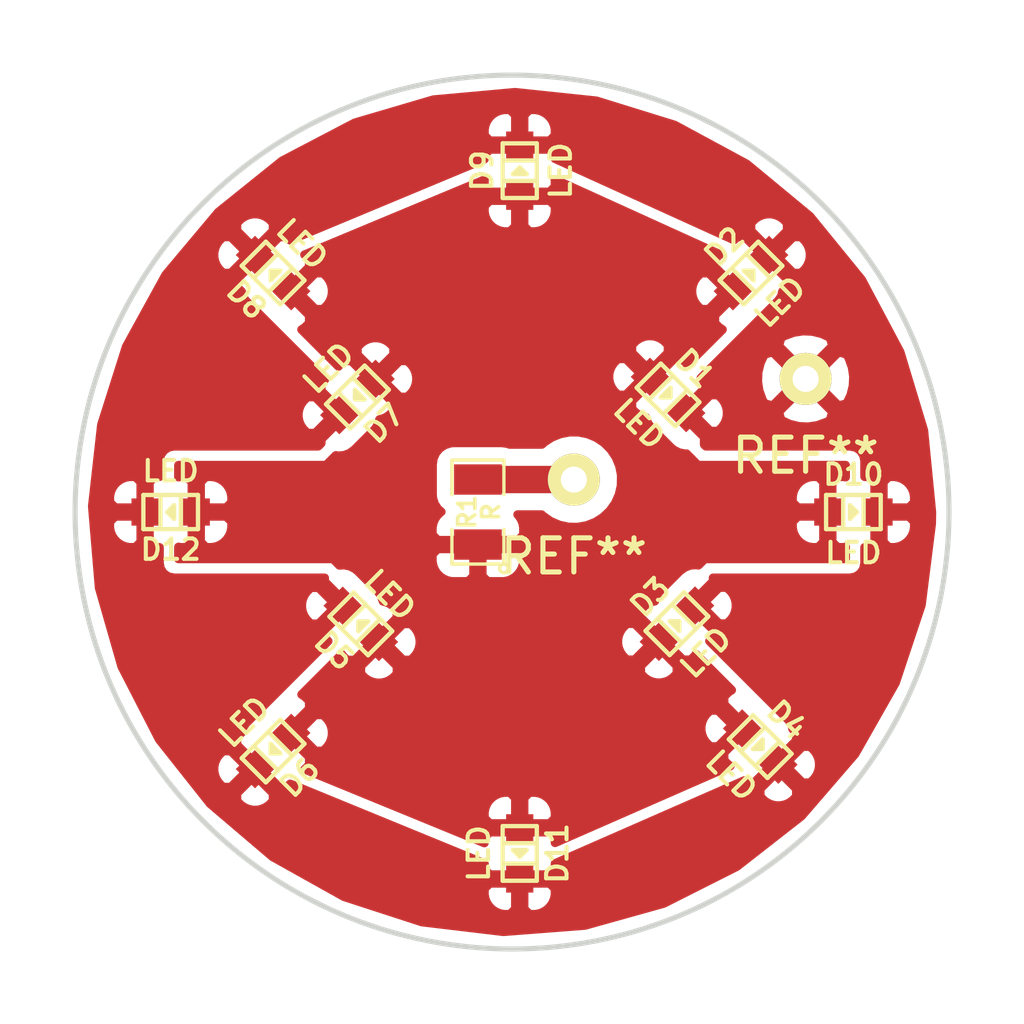
<source format=kicad_pcb>
(kicad_pcb (version 4) (host pcbnew "(2015-10-27 BZR 6284, Git 48df08c)-product")

  (general
    (links 25)
    (no_connects 0)
    (area 134 72 164.000001 102.000001)
    (thickness 1.6)
    (drawings 1)
    (tracks 2)
    (zones 0)
    (modules 15)
    (nets 4)
  )

  (page A4)
  (layers
    (0 F.Cu signal)
    (31 B.Cu signal)
    (32 B.Adhes user)
    (33 F.Adhes user)
    (34 B.Paste user)
    (35 F.Paste user)
    (36 B.SilkS user)
    (37 F.SilkS user)
    (38 B.Mask user)
    (39 F.Mask user)
    (40 Dwgs.User user)
    (41 Cmts.User user)
    (42 Eco1.User user)
    (43 Eco2.User user)
    (44 Edge.Cuts user)
    (45 Margin user)
    (46 B.CrtYd user)
    (47 F.CrtYd user)
    (48 B.Fab user)
    (49 F.Fab user)
  )

  (setup
    (last_trace_width 0.8)
    (trace_clearance 0.5)
    (zone_clearance 0.3)
    (zone_45_only no)
    (trace_min 0.2)
    (segment_width 0.2)
    (edge_width 0.15)
    (via_size 0.6)
    (via_drill 0.4)
    (via_min_size 0.4)
    (via_min_drill 0.3)
    (uvia_size 0.3)
    (uvia_drill 0.1)
    (uvias_allowed no)
    (uvia_min_size 0.2)
    (uvia_min_drill 0.1)
    (pcb_text_width 0.3)
    (pcb_text_size 1.5 1.5)
    (mod_edge_width 0.15)
    (mod_text_size 1 1)
    (mod_text_width 0.15)
    (pad_size 1.524 1.524)
    (pad_drill 0.762)
    (pad_to_mask_clearance 0.2)
    (aux_axis_origin 0 0)
    (visible_elements FFFFFF7F)
    (pcbplotparams
      (layerselection 0x01000_00000001)
      (usegerberextensions false)
      (excludeedgelayer true)
      (linewidth 0.100000)
      (plotframeref false)
      (viasonmask false)
      (mode 1)
      (useauxorigin false)
      (hpglpennumber 1)
      (hpglpenspeed 20)
      (hpglpendiameter 15)
      (hpglpenoverlay 2)
      (psnegative false)
      (psa4output false)
      (plotreference true)
      (plotvalue true)
      (plotinvisibletext false)
      (padsonsilk false)
      (subtractmaskfromsilk false)
      (outputformat 1)
      (mirror false)
      (drillshape 0)
      (scaleselection 1)
      (outputdirectory ""))
  )

  (net 0 "")
  (net 1 "Net-(D1-Pad1)")
  (net 2 GND)
  (net 3 +5V)

  (net_class Default "This is the default net class."
    (clearance 0.5)
    (trace_width 0.8)
    (via_dia 0.6)
    (via_drill 0.4)
    (uvia_dia 0.3)
    (uvia_drill 0.1)
    (add_net +5V)
    (add_net GND)
    (add_net "Net-(D1-Pad1)")
  )

  (module w_smd_leds:Led_0603 (layer F.Cu) (tedit 50CDB288) (tstamp 565CB68D)
    (at 153.570165 83.570165 315)
    (descr "SMD LED, 0603")
    (path /565CB19C)
    (fp_text reference D1 (at 0 -1.09982 315) (layer F.SilkS)
      (effects (font (size 0.59944 0.59944) (thickness 0.11938)))
    )
    (fp_text value LED (at 0 1.19888 315) (layer F.SilkS)
      (effects (font (size 0.59944 0.59944) (thickness 0.11938)))
    )
    (fp_line (start 0.29972 0.50038) (end 0.29972 -0.50038) (layer F.SilkS) (width 0.127))
    (fp_line (start -0.29972 -0.50038) (end -0.29972 0.50038) (layer F.SilkS) (width 0.127))
    (fp_line (start 0 0.09906) (end 0 -0.09906) (layer F.SilkS) (width 0.127))
    (fp_line (start -0.09906 -0.20066) (end -0.09906 0.20066) (layer F.SilkS) (width 0.127))
    (fp_line (start -0.09906 0.20066) (end 0.09906 0) (layer F.SilkS) (width 0.127))
    (fp_line (start 0.09906 0) (end -0.09906 -0.20066) (layer F.SilkS) (width 0.127))
    (fp_line (start -0.8001 -0.50038) (end 0.8001 -0.50038) (layer F.SilkS) (width 0.127))
    (fp_line (start 0.8001 -0.50038) (end 0.8001 0.50038) (layer F.SilkS) (width 0.127))
    (fp_line (start 0.8001 0.50038) (end -0.8001 0.50038) (layer F.SilkS) (width 0.127))
    (fp_line (start -0.8001 0.50038) (end -0.8001 -0.50038) (layer F.SilkS) (width 0.127))
    (pad 1 smd rect (at -0.7493 0 315) (size 0.79756 0.79756) (layers F.Cu F.Paste F.Mask)
      (net 1 "Net-(D1-Pad1)"))
    (pad 2 smd rect (at 0.7493 0 315) (size 0.79756 0.79756) (layers F.Cu F.Paste F.Mask)
      (net 2 GND))
    (model walter/smd_leds/led_0603.wrl
      (at (xyz 0 0 0))
      (scale (xyz 1 1 1))
      (rotate (xyz 0 0 0))
    )
  )

  (module w_smd_leds:Led_0603 (layer F.Cu) (tedit 50CDB288) (tstamp 565CB693)
    (at 156 80 45)
    (descr "SMD LED, 0603")
    (path /565CB10A)
    (fp_text reference D2 (at 0 -1.09982 45) (layer F.SilkS)
      (effects (font (size 0.59944 0.59944) (thickness 0.11938)))
    )
    (fp_text value LED (at 0 1.19888 45) (layer F.SilkS)
      (effects (font (size 0.59944 0.59944) (thickness 0.11938)))
    )
    (fp_line (start 0.29972 0.50038) (end 0.29972 -0.50038) (layer F.SilkS) (width 0.127))
    (fp_line (start -0.29972 -0.50038) (end -0.29972 0.50038) (layer F.SilkS) (width 0.127))
    (fp_line (start 0 0.09906) (end 0 -0.09906) (layer F.SilkS) (width 0.127))
    (fp_line (start -0.09906 -0.20066) (end -0.09906 0.20066) (layer F.SilkS) (width 0.127))
    (fp_line (start -0.09906 0.20066) (end 0.09906 0) (layer F.SilkS) (width 0.127))
    (fp_line (start 0.09906 0) (end -0.09906 -0.20066) (layer F.SilkS) (width 0.127))
    (fp_line (start -0.8001 -0.50038) (end 0.8001 -0.50038) (layer F.SilkS) (width 0.127))
    (fp_line (start 0.8001 -0.50038) (end 0.8001 0.50038) (layer F.SilkS) (width 0.127))
    (fp_line (start 0.8001 0.50038) (end -0.8001 0.50038) (layer F.SilkS) (width 0.127))
    (fp_line (start -0.8001 0.50038) (end -0.8001 -0.50038) (layer F.SilkS) (width 0.127))
    (pad 1 smd rect (at -0.7493 0 45) (size 0.79756 0.79756) (layers F.Cu F.Paste F.Mask)
      (net 1 "Net-(D1-Pad1)"))
    (pad 2 smd rect (at 0.7493 0 45) (size 0.79756 0.79756) (layers F.Cu F.Paste F.Mask)
      (net 2 GND))
    (model walter/smd_leds/led_0603.wrl
      (at (xyz 0 0 0))
      (scale (xyz 1 1 1))
      (rotate (xyz 0 0 0))
    )
  )

  (module w_smd_leds:Led_0603 (layer F.Cu) (tedit 50CDB288) (tstamp 565CB699)
    (at 153.829835 90.270165 45)
    (descr "SMD LED, 0603")
    (path /565CB052)
    (fp_text reference D3 (at 0 -1.09982 45) (layer F.SilkS)
      (effects (font (size 0.59944 0.59944) (thickness 0.11938)))
    )
    (fp_text value LED (at 0 1.19888 45) (layer F.SilkS)
      (effects (font (size 0.59944 0.59944) (thickness 0.11938)))
    )
    (fp_line (start 0.29972 0.50038) (end 0.29972 -0.50038) (layer F.SilkS) (width 0.127))
    (fp_line (start -0.29972 -0.50038) (end -0.29972 0.50038) (layer F.SilkS) (width 0.127))
    (fp_line (start 0 0.09906) (end 0 -0.09906) (layer F.SilkS) (width 0.127))
    (fp_line (start -0.09906 -0.20066) (end -0.09906 0.20066) (layer F.SilkS) (width 0.127))
    (fp_line (start -0.09906 0.20066) (end 0.09906 0) (layer F.SilkS) (width 0.127))
    (fp_line (start 0.09906 0) (end -0.09906 -0.20066) (layer F.SilkS) (width 0.127))
    (fp_line (start -0.8001 -0.50038) (end 0.8001 -0.50038) (layer F.SilkS) (width 0.127))
    (fp_line (start 0.8001 -0.50038) (end 0.8001 0.50038) (layer F.SilkS) (width 0.127))
    (fp_line (start 0.8001 0.50038) (end -0.8001 0.50038) (layer F.SilkS) (width 0.127))
    (fp_line (start -0.8001 0.50038) (end -0.8001 -0.50038) (layer F.SilkS) (width 0.127))
    (pad 1 smd rect (at -0.7493 0 45) (size 0.79756 0.79756) (layers F.Cu F.Paste F.Mask)
      (net 1 "Net-(D1-Pad1)"))
    (pad 2 smd rect (at 0.7493 0 45) (size 0.79756 0.79756) (layers F.Cu F.Paste F.Mask)
      (net 2 GND))
    (model walter/smd_leds/led_0603.wrl
      (at (xyz 0 0 0))
      (scale (xyz 1 1 1))
      (rotate (xyz 0 0 0))
    )
  )

  (module w_smd_leds:Led_0603 (layer F.Cu) (tedit 50CDB288) (tstamp 565CB69F)
    (at 156.270165 93.870165 315)
    (descr "SMD LED, 0603")
    (path /565CB09F)
    (fp_text reference D4 (at 0 -1.09982 315) (layer F.SilkS)
      (effects (font (size 0.59944 0.59944) (thickness 0.11938)))
    )
    (fp_text value LED (at 0 1.19888 315) (layer F.SilkS)
      (effects (font (size 0.59944 0.59944) (thickness 0.11938)))
    )
    (fp_line (start 0.29972 0.50038) (end 0.29972 -0.50038) (layer F.SilkS) (width 0.127))
    (fp_line (start -0.29972 -0.50038) (end -0.29972 0.50038) (layer F.SilkS) (width 0.127))
    (fp_line (start 0 0.09906) (end 0 -0.09906) (layer F.SilkS) (width 0.127))
    (fp_line (start -0.09906 -0.20066) (end -0.09906 0.20066) (layer F.SilkS) (width 0.127))
    (fp_line (start -0.09906 0.20066) (end 0.09906 0) (layer F.SilkS) (width 0.127))
    (fp_line (start 0.09906 0) (end -0.09906 -0.20066) (layer F.SilkS) (width 0.127))
    (fp_line (start -0.8001 -0.50038) (end 0.8001 -0.50038) (layer F.SilkS) (width 0.127))
    (fp_line (start 0.8001 -0.50038) (end 0.8001 0.50038) (layer F.SilkS) (width 0.127))
    (fp_line (start 0.8001 0.50038) (end -0.8001 0.50038) (layer F.SilkS) (width 0.127))
    (fp_line (start -0.8001 0.50038) (end -0.8001 -0.50038) (layer F.SilkS) (width 0.127))
    (pad 1 smd rect (at -0.7493 0 315) (size 0.79756 0.79756) (layers F.Cu F.Paste F.Mask)
      (net 1 "Net-(D1-Pad1)"))
    (pad 2 smd rect (at 0.7493 0 315) (size 0.79756 0.79756) (layers F.Cu F.Paste F.Mask)
      (net 2 GND))
    (model walter/smd_leds/led_0603.wrl
      (at (xyz 0 0 0))
      (scale (xyz 1 1 1))
      (rotate (xyz 0 0 0))
    )
  )

  (module w_smd_leds:Led_0603 (layer F.Cu) (tedit 50CDB288) (tstamp 565CB6A5)
    (at 144.570165 90.275165 135)
    (descr "SMD LED, 0603")
    (path /565CB0D9)
    (fp_text reference D5 (at 0 -1.09982 135) (layer F.SilkS)
      (effects (font (size 0.59944 0.59944) (thickness 0.11938)))
    )
    (fp_text value LED (at 0 1.19888 135) (layer F.SilkS)
      (effects (font (size 0.59944 0.59944) (thickness 0.11938)))
    )
    (fp_line (start 0.29972 0.50038) (end 0.29972 -0.50038) (layer F.SilkS) (width 0.127))
    (fp_line (start -0.29972 -0.50038) (end -0.29972 0.50038) (layer F.SilkS) (width 0.127))
    (fp_line (start 0 0.09906) (end 0 -0.09906) (layer F.SilkS) (width 0.127))
    (fp_line (start -0.09906 -0.20066) (end -0.09906 0.20066) (layer F.SilkS) (width 0.127))
    (fp_line (start -0.09906 0.20066) (end 0.09906 0) (layer F.SilkS) (width 0.127))
    (fp_line (start 0.09906 0) (end -0.09906 -0.20066) (layer F.SilkS) (width 0.127))
    (fp_line (start -0.8001 -0.50038) (end 0.8001 -0.50038) (layer F.SilkS) (width 0.127))
    (fp_line (start 0.8001 -0.50038) (end 0.8001 0.50038) (layer F.SilkS) (width 0.127))
    (fp_line (start 0.8001 0.50038) (end -0.8001 0.50038) (layer F.SilkS) (width 0.127))
    (fp_line (start -0.8001 0.50038) (end -0.8001 -0.50038) (layer F.SilkS) (width 0.127))
    (pad 1 smd rect (at -0.7493 0 135) (size 0.79756 0.79756) (layers F.Cu F.Paste F.Mask)
      (net 1 "Net-(D1-Pad1)"))
    (pad 2 smd rect (at 0.7493 0 135) (size 0.79756 0.79756) (layers F.Cu F.Paste F.Mask)
      (net 2 GND))
    (model walter/smd_leds/led_0603.wrl
      (at (xyz 0 0 0))
      (scale (xyz 1 1 1))
      (rotate (xyz 0 0 0))
    )
  )

  (module w_smd_leds:Led_0603 (layer F.Cu) (tedit 50CDB288) (tstamp 565CB6AB)
    (at 142 94 225)
    (descr "SMD LED, 0603")
    (path /565CB2D7)
    (fp_text reference D6 (at 0 -1.09982 225) (layer F.SilkS)
      (effects (font (size 0.59944 0.59944) (thickness 0.11938)))
    )
    (fp_text value LED (at 0 1.19888 225) (layer F.SilkS)
      (effects (font (size 0.59944 0.59944) (thickness 0.11938)))
    )
    (fp_line (start 0.29972 0.50038) (end 0.29972 -0.50038) (layer F.SilkS) (width 0.127))
    (fp_line (start -0.29972 -0.50038) (end -0.29972 0.50038) (layer F.SilkS) (width 0.127))
    (fp_line (start 0 0.09906) (end 0 -0.09906) (layer F.SilkS) (width 0.127))
    (fp_line (start -0.09906 -0.20066) (end -0.09906 0.20066) (layer F.SilkS) (width 0.127))
    (fp_line (start -0.09906 0.20066) (end 0.09906 0) (layer F.SilkS) (width 0.127))
    (fp_line (start 0.09906 0) (end -0.09906 -0.20066) (layer F.SilkS) (width 0.127))
    (fp_line (start -0.8001 -0.50038) (end 0.8001 -0.50038) (layer F.SilkS) (width 0.127))
    (fp_line (start 0.8001 -0.50038) (end 0.8001 0.50038) (layer F.SilkS) (width 0.127))
    (fp_line (start 0.8001 0.50038) (end -0.8001 0.50038) (layer F.SilkS) (width 0.127))
    (fp_line (start -0.8001 0.50038) (end -0.8001 -0.50038) (layer F.SilkS) (width 0.127))
    (pad 1 smd rect (at -0.7493 0 225) (size 0.79756 0.79756) (layers F.Cu F.Paste F.Mask)
      (net 1 "Net-(D1-Pad1)"))
    (pad 2 smd rect (at 0.7493 0 225) (size 0.79756 0.79756) (layers F.Cu F.Paste F.Mask)
      (net 2 GND))
    (model walter/smd_leds/led_0603.wrl
      (at (xyz 0 0 0))
      (scale (xyz 1 1 1))
      (rotate (xyz 0 0 0))
    )
  )

  (module w_smd_leds:Led_0603 (layer F.Cu) (tedit 50CDB288) (tstamp 565CB6B1)
    (at 144.470165 83.629835 225)
    (descr "SMD LED, 0603")
    (path /565CBC6F)
    (fp_text reference D7 (at 0 -1.09982 225) (layer F.SilkS)
      (effects (font (size 0.59944 0.59944) (thickness 0.11938)))
    )
    (fp_text value LED (at 0 1.19888 225) (layer F.SilkS)
      (effects (font (size 0.59944 0.59944) (thickness 0.11938)))
    )
    (fp_line (start 0.29972 0.50038) (end 0.29972 -0.50038) (layer F.SilkS) (width 0.127))
    (fp_line (start -0.29972 -0.50038) (end -0.29972 0.50038) (layer F.SilkS) (width 0.127))
    (fp_line (start 0 0.09906) (end 0 -0.09906) (layer F.SilkS) (width 0.127))
    (fp_line (start -0.09906 -0.20066) (end -0.09906 0.20066) (layer F.SilkS) (width 0.127))
    (fp_line (start -0.09906 0.20066) (end 0.09906 0) (layer F.SilkS) (width 0.127))
    (fp_line (start 0.09906 0) (end -0.09906 -0.20066) (layer F.SilkS) (width 0.127))
    (fp_line (start -0.8001 -0.50038) (end 0.8001 -0.50038) (layer F.SilkS) (width 0.127))
    (fp_line (start 0.8001 -0.50038) (end 0.8001 0.50038) (layer F.SilkS) (width 0.127))
    (fp_line (start 0.8001 0.50038) (end -0.8001 0.50038) (layer F.SilkS) (width 0.127))
    (fp_line (start -0.8001 0.50038) (end -0.8001 -0.50038) (layer F.SilkS) (width 0.127))
    (pad 1 smd rect (at -0.7493 0 225) (size 0.79756 0.79756) (layers F.Cu F.Paste F.Mask)
      (net 1 "Net-(D1-Pad1)"))
    (pad 2 smd rect (at 0.7493 0 225) (size 0.79756 0.79756) (layers F.Cu F.Paste F.Mask)
      (net 2 GND))
    (model walter/smd_leds/led_0603.wrl
      (at (xyz 0 0 0))
      (scale (xyz 1 1 1))
      (rotate (xyz 0 0 0))
    )
  )

  (module w_smd_leds:Led_0603 (layer F.Cu) (tedit 50CDB288) (tstamp 565CB6B7)
    (at 142 80 135)
    (descr "SMD LED, 0603")
    (path /565CBCC3)
    (fp_text reference D8 (at 0 -1.09982 135) (layer F.SilkS)
      (effects (font (size 0.59944 0.59944) (thickness 0.11938)))
    )
    (fp_text value LED (at 0 1.19888 135) (layer F.SilkS)
      (effects (font (size 0.59944 0.59944) (thickness 0.11938)))
    )
    (fp_line (start 0.29972 0.50038) (end 0.29972 -0.50038) (layer F.SilkS) (width 0.127))
    (fp_line (start -0.29972 -0.50038) (end -0.29972 0.50038) (layer F.SilkS) (width 0.127))
    (fp_line (start 0 0.09906) (end 0 -0.09906) (layer F.SilkS) (width 0.127))
    (fp_line (start -0.09906 -0.20066) (end -0.09906 0.20066) (layer F.SilkS) (width 0.127))
    (fp_line (start -0.09906 0.20066) (end 0.09906 0) (layer F.SilkS) (width 0.127))
    (fp_line (start 0.09906 0) (end -0.09906 -0.20066) (layer F.SilkS) (width 0.127))
    (fp_line (start -0.8001 -0.50038) (end 0.8001 -0.50038) (layer F.SilkS) (width 0.127))
    (fp_line (start 0.8001 -0.50038) (end 0.8001 0.50038) (layer F.SilkS) (width 0.127))
    (fp_line (start 0.8001 0.50038) (end -0.8001 0.50038) (layer F.SilkS) (width 0.127))
    (fp_line (start -0.8001 0.50038) (end -0.8001 -0.50038) (layer F.SilkS) (width 0.127))
    (pad 1 smd rect (at -0.7493 0 135) (size 0.79756 0.79756) (layers F.Cu F.Paste F.Mask)
      (net 1 "Net-(D1-Pad1)"))
    (pad 2 smd rect (at 0.7493 0 135) (size 0.79756 0.79756) (layers F.Cu F.Paste F.Mask)
      (net 2 GND))
    (model walter/smd_leds/led_0603.wrl
      (at (xyz 0 0 0))
      (scale (xyz 1 1 1))
      (rotate (xyz 0 0 0))
    )
  )

  (module w_smd_leds:Led_0603 (layer F.Cu) (tedit 50CDB288) (tstamp 565CB6BD)
    (at 149.225 77 90)
    (descr "SMD LED, 0603")
    (path /565CBD0A)
    (fp_text reference D9 (at 0 -1.09982 90) (layer F.SilkS)
      (effects (font (size 0.59944 0.59944) (thickness 0.11938)))
    )
    (fp_text value LED (at 0 1.19888 90) (layer F.SilkS)
      (effects (font (size 0.59944 0.59944) (thickness 0.11938)))
    )
    (fp_line (start 0.29972 0.50038) (end 0.29972 -0.50038) (layer F.SilkS) (width 0.127))
    (fp_line (start -0.29972 -0.50038) (end -0.29972 0.50038) (layer F.SilkS) (width 0.127))
    (fp_line (start 0 0.09906) (end 0 -0.09906) (layer F.SilkS) (width 0.127))
    (fp_line (start -0.09906 -0.20066) (end -0.09906 0.20066) (layer F.SilkS) (width 0.127))
    (fp_line (start -0.09906 0.20066) (end 0.09906 0) (layer F.SilkS) (width 0.127))
    (fp_line (start 0.09906 0) (end -0.09906 -0.20066) (layer F.SilkS) (width 0.127))
    (fp_line (start -0.8001 -0.50038) (end 0.8001 -0.50038) (layer F.SilkS) (width 0.127))
    (fp_line (start 0.8001 -0.50038) (end 0.8001 0.50038) (layer F.SilkS) (width 0.127))
    (fp_line (start 0.8001 0.50038) (end -0.8001 0.50038) (layer F.SilkS) (width 0.127))
    (fp_line (start -0.8001 0.50038) (end -0.8001 -0.50038) (layer F.SilkS) (width 0.127))
    (pad 1 smd rect (at -0.7493 0 90) (size 0.79756 0.79756) (layers F.Cu F.Paste F.Mask)
      (net 1 "Net-(D1-Pad1)"))
    (pad 2 smd rect (at 0.7493 0 90) (size 0.79756 0.79756) (layers F.Cu F.Paste F.Mask)
      (net 2 GND))
    (model walter/smd_leds/led_0603.wrl
      (at (xyz 0 0 0))
      (scale (xyz 1 1 1))
      (rotate (xyz 0 0 0))
    )
  )

  (module w_smd_leds:Led_0603 (layer F.Cu) (tedit 50CDB288) (tstamp 565CB6C3)
    (at 159 87)
    (descr "SMD LED, 0603")
    (path /565CBE9A)
    (fp_text reference D10 (at 0 -1.09982) (layer F.SilkS)
      (effects (font (size 0.59944 0.59944) (thickness 0.11938)))
    )
    (fp_text value LED (at 0 1.19888) (layer F.SilkS)
      (effects (font (size 0.59944 0.59944) (thickness 0.11938)))
    )
    (fp_line (start 0.29972 0.50038) (end 0.29972 -0.50038) (layer F.SilkS) (width 0.127))
    (fp_line (start -0.29972 -0.50038) (end -0.29972 0.50038) (layer F.SilkS) (width 0.127))
    (fp_line (start 0 0.09906) (end 0 -0.09906) (layer F.SilkS) (width 0.127))
    (fp_line (start -0.09906 -0.20066) (end -0.09906 0.20066) (layer F.SilkS) (width 0.127))
    (fp_line (start -0.09906 0.20066) (end 0.09906 0) (layer F.SilkS) (width 0.127))
    (fp_line (start 0.09906 0) (end -0.09906 -0.20066) (layer F.SilkS) (width 0.127))
    (fp_line (start -0.8001 -0.50038) (end 0.8001 -0.50038) (layer F.SilkS) (width 0.127))
    (fp_line (start 0.8001 -0.50038) (end 0.8001 0.50038) (layer F.SilkS) (width 0.127))
    (fp_line (start 0.8001 0.50038) (end -0.8001 0.50038) (layer F.SilkS) (width 0.127))
    (fp_line (start -0.8001 0.50038) (end -0.8001 -0.50038) (layer F.SilkS) (width 0.127))
    (pad 1 smd rect (at -0.7493 0) (size 0.79756 0.79756) (layers F.Cu F.Paste F.Mask)
      (net 1 "Net-(D1-Pad1)"))
    (pad 2 smd rect (at 0.7493 0) (size 0.79756 0.79756) (layers F.Cu F.Paste F.Mask)
      (net 2 GND))
    (model walter/smd_leds/led_0603.wrl
      (at (xyz 0 0 0))
      (scale (xyz 1 1 1))
      (rotate (xyz 0 0 0))
    )
  )

  (module w_smd_leds:Led_0603 (layer F.Cu) (tedit 50CDB288) (tstamp 565CB6C9)
    (at 149.225 97 270)
    (descr "SMD LED, 0603")
    (path /565CBEE9)
    (fp_text reference D11 (at 0 -1.09982 270) (layer F.SilkS)
      (effects (font (size 0.59944 0.59944) (thickness 0.11938)))
    )
    (fp_text value LED (at 0 1.19888 270) (layer F.SilkS)
      (effects (font (size 0.59944 0.59944) (thickness 0.11938)))
    )
    (fp_line (start 0.29972 0.50038) (end 0.29972 -0.50038) (layer F.SilkS) (width 0.127))
    (fp_line (start -0.29972 -0.50038) (end -0.29972 0.50038) (layer F.SilkS) (width 0.127))
    (fp_line (start 0 0.09906) (end 0 -0.09906) (layer F.SilkS) (width 0.127))
    (fp_line (start -0.09906 -0.20066) (end -0.09906 0.20066) (layer F.SilkS) (width 0.127))
    (fp_line (start -0.09906 0.20066) (end 0.09906 0) (layer F.SilkS) (width 0.127))
    (fp_line (start 0.09906 0) (end -0.09906 -0.20066) (layer F.SilkS) (width 0.127))
    (fp_line (start -0.8001 -0.50038) (end 0.8001 -0.50038) (layer F.SilkS) (width 0.127))
    (fp_line (start 0.8001 -0.50038) (end 0.8001 0.50038) (layer F.SilkS) (width 0.127))
    (fp_line (start 0.8001 0.50038) (end -0.8001 0.50038) (layer F.SilkS) (width 0.127))
    (fp_line (start -0.8001 0.50038) (end -0.8001 -0.50038) (layer F.SilkS) (width 0.127))
    (pad 1 smd rect (at -0.7493 0 270) (size 0.79756 0.79756) (layers F.Cu F.Paste F.Mask)
      (net 1 "Net-(D1-Pad1)"))
    (pad 2 smd rect (at 0.7493 0 270) (size 0.79756 0.79756) (layers F.Cu F.Paste F.Mask)
      (net 2 GND))
    (model walter/smd_leds/led_0603.wrl
      (at (xyz 0 0 0))
      (scale (xyz 1 1 1))
      (rotate (xyz 0 0 0))
    )
  )

  (module w_smd_leds:Led_0603 (layer F.Cu) (tedit 50CDB288) (tstamp 565CB6CF)
    (at 139 87 180)
    (descr "SMD LED, 0603")
    (path /565CBF8C)
    (fp_text reference D12 (at 0 -1.09982 180) (layer F.SilkS)
      (effects (font (size 0.59944 0.59944) (thickness 0.11938)))
    )
    (fp_text value LED (at 0 1.19888 180) (layer F.SilkS)
      (effects (font (size 0.59944 0.59944) (thickness 0.11938)))
    )
    (fp_line (start 0.29972 0.50038) (end 0.29972 -0.50038) (layer F.SilkS) (width 0.127))
    (fp_line (start -0.29972 -0.50038) (end -0.29972 0.50038) (layer F.SilkS) (width 0.127))
    (fp_line (start 0 0.09906) (end 0 -0.09906) (layer F.SilkS) (width 0.127))
    (fp_line (start -0.09906 -0.20066) (end -0.09906 0.20066) (layer F.SilkS) (width 0.127))
    (fp_line (start -0.09906 0.20066) (end 0.09906 0) (layer F.SilkS) (width 0.127))
    (fp_line (start 0.09906 0) (end -0.09906 -0.20066) (layer F.SilkS) (width 0.127))
    (fp_line (start -0.8001 -0.50038) (end 0.8001 -0.50038) (layer F.SilkS) (width 0.127))
    (fp_line (start 0.8001 -0.50038) (end 0.8001 0.50038) (layer F.SilkS) (width 0.127))
    (fp_line (start 0.8001 0.50038) (end -0.8001 0.50038) (layer F.SilkS) (width 0.127))
    (fp_line (start -0.8001 0.50038) (end -0.8001 -0.50038) (layer F.SilkS) (width 0.127))
    (pad 1 smd rect (at -0.7493 0 180) (size 0.79756 0.79756) (layers F.Cu F.Paste F.Mask)
      (net 1 "Net-(D1-Pad1)"))
    (pad 2 smd rect (at 0.7493 0 180) (size 0.79756 0.79756) (layers F.Cu F.Paste F.Mask)
      (net 2 GND))
    (model walter/smd_leds/led_0603.wrl
      (at (xyz 0 0 0))
      (scale (xyz 1 1 1))
      (rotate (xyz 0 0 0))
    )
  )

  (module libcms:SM0805 (layer F.Cu) (tedit 5091495C) (tstamp 565CB6D5)
    (at 148 87 90)
    (path /565CB434)
    (attr smd)
    (fp_text reference R1 (at 0 -0.3175 90) (layer F.SilkS)
      (effects (font (size 0.50038 0.50038) (thickness 0.10922)))
    )
    (fp_text value R (at 0 0.381 90) (layer F.SilkS)
      (effects (font (size 0.50038 0.50038) (thickness 0.10922)))
    )
    (fp_circle (center -1.651 0.762) (end -1.651 0.635) (layer F.SilkS) (width 0.09906))
    (fp_line (start -0.508 0.762) (end -1.524 0.762) (layer F.SilkS) (width 0.09906))
    (fp_line (start -1.524 0.762) (end -1.524 -0.762) (layer F.SilkS) (width 0.09906))
    (fp_line (start -1.524 -0.762) (end -0.508 -0.762) (layer F.SilkS) (width 0.09906))
    (fp_line (start 0.508 -0.762) (end 1.524 -0.762) (layer F.SilkS) (width 0.09906))
    (fp_line (start 1.524 -0.762) (end 1.524 0.762) (layer F.SilkS) (width 0.09906))
    (fp_line (start 1.524 0.762) (end 0.508 0.762) (layer F.SilkS) (width 0.09906))
    (pad 1 smd rect (at -0.9525 0 90) (size 0.889 1.397) (layers F.Cu F.Paste F.Mask)
      (net 1 "Net-(D1-Pad1)"))
    (pad 2 smd rect (at 0.9525 0 90) (size 0.889 1.397) (layers F.Cu F.Paste F.Mask)
      (net 3 +5V))
    (model smd/chip_cms.wrl
      (at (xyz 0 0 0))
      (scale (xyz 0.1 0.1 0.1))
      (rotate (xyz 0 0 0))
    )
  )

  (module myfootprint:uni_pin1 (layer F.Cu) (tedit 565CE891) (tstamp 565F8E94)
    (at 150.81 86.05)
    (fp_text reference REF** (at 0 2.25) (layer F.SilkS)
      (effects (font (size 1 1) (thickness 0.15)))
    )
    (fp_text value uni_pin1 (at 0 -2) (layer F.Fab)
      (effects (font (size 1 1) (thickness 0.15)))
    )
    (pad 2 thru_hole circle (at 0 0) (size 1.524 1.524) (drill 0.762) (layers *.Cu *.Mask F.SilkS)
      (net 3 +5V))
  )

  (module myfootprint:uni_pin1 (layer F.Cu) (tedit 565CE87A) (tstamp 565F8E99)
    (at 157.6 83.1)
    (fp_text reference REF** (at 0 2.25) (layer F.SilkS)
      (effects (font (size 1 1) (thickness 0.15)))
    )
    (fp_text value uni_pin1 (at 0 -2) (layer F.Fab)
      (effects (font (size 1 1) (thickness 0.15)))
    )
    (pad 1 thru_hole circle (at 0 0) (size 1.524 1.524) (drill 0.762) (layers *.Cu *.Mask F.SilkS)
      (net 2 GND))
  )

  (gr_circle (center 149 87) (end 161.8 87) (layer Edge.Cuts) (width 0.15))

  (segment (start 148 86.0475) (end 150.8075 86.0475) (width 0.8) (layer F.Cu) (net 3))
  (segment (start 150.8075 86.0475) (end 150.81 86.05) (width 0.8) (layer F.Cu) (net 3))

  (zone (net 2) (net_name GND) (layer F.Cu) (tstamp 565CC042) (hatch edge 0.508)
    (connect_pads (clearance 0.3))
    (min_thickness 0.254)
    (fill yes (arc_segments 32) (thermal_gap 0.508) (thermal_bridge_width 0.508))
    (polygon
      (pts
        (xy 164 102) (xy 134 102) (xy 134 72) (xy 164 72) (xy 164 102)
      )
    )
    (filled_polygon
      (pts
        (xy 151.472856 74.953184) (xy 153.765667 75.662927) (xy 155.876954 76.804496) (xy 157.726301 78.334408) (xy 159.243265 80.194391)
        (xy 160.370067 82.313597) (xy 161.063787 84.611306) (xy 161.298 87) (xy 161.293205 87.34338) (xy 160.992387 89.724603)
        (xy 160.234782 92.002047) (xy 159.049248 94.088965) (xy 157.480941 95.905866) (xy 155.589598 97.383545) (xy 153.447259 98.465718)
        (xy 151.135525 99.111166) (xy 148.74245 99.295303) (xy 146.359185 99.011116) (xy 144.076508 98.269429) (xy 143.657137 98.03505)
        (xy 148.19122 98.03505) (xy 148.19122 98.210622) (xy 148.215623 98.333303) (xy 148.26349 98.448865) (xy 148.332983 98.552869)
        (xy 148.421431 98.641317) (xy 148.525435 98.71081) (xy 148.640997 98.758677) (xy 148.763678 98.78308) (xy 148.93925 98.78308)
        (xy 149.098 98.62433) (xy 149.098 97.8763) (xy 149.352 97.8763) (xy 149.352 98.62433) (xy 149.51075 98.78308)
        (xy 149.686322 98.78308) (xy 149.809003 98.758677) (xy 149.924565 98.71081) (xy 150.028569 98.641317) (xy 150.117017 98.552869)
        (xy 150.18651 98.448865) (xy 150.234377 98.333303) (xy 150.25878 98.210622) (xy 150.25878 98.03505) (xy 150.10003 97.8763)
        (xy 149.352 97.8763) (xy 149.098 97.8763) (xy 148.34997 97.8763) (xy 148.19122 98.03505) (xy 143.657137 98.03505)
        (xy 141.981365 97.098493) (xy 140.153559 95.542909) (xy 139.912191 95.238377) (xy 140.941228 95.238377) (xy 140.941228 95.462884)
        (xy 141.065376 95.587032) (xy 141.16938 95.656525) (xy 141.284942 95.704392) (xy 141.407623 95.728795) (xy 141.532707 95.728795)
        (xy 141.655388 95.704392) (xy 141.77095 95.656525) (xy 141.874954 95.587032) (xy 141.999102 95.462884) (xy 141.999102 95.238377)
        (xy 141.470165 94.70944) (xy 140.941228 95.238377) (xy 139.912191 95.238377) (xy 139.301037 94.467293) (xy 140.271205 94.467293)
        (xy 140.271205 94.592377) (xy 140.295608 94.715058) (xy 140.343475 94.83062) (xy 140.412968 94.934624) (xy 140.537116 95.058772)
        (xy 140.761623 95.058772) (xy 141.29056 94.529835) (xy 140.761623 94.000898) (xy 140.537116 94.000898) (xy 140.412968 94.125046)
        (xy 140.343475 94.22905) (xy 140.295608 94.344612) (xy 140.271205 94.467293) (xy 139.301037 94.467293) (xy 138.662712 93.661928)
        (xy 137.565609 91.527196) (xy 137.036734 89.682788) (xy 142.84137 89.682788) (xy 142.84137 89.807872) (xy 142.865773 89.930553)
        (xy 142.91364 90.046115) (xy 142.983133 90.150119) (xy 143.107281 90.274267) (xy 143.331788 90.274267) (xy 143.860725 89.74533)
        (xy 143.331788 89.216393) (xy 143.107281 89.216393) (xy 142.983133 89.340541) (xy 142.91364 89.444545) (xy 142.865773 89.560107)
        (xy 142.84137 89.682788) (xy 137.036734 89.682788) (xy 136.904038 89.220024) (xy 136.741613 87.28575) (xy 137.21692 87.28575)
        (xy 137.21692 87.461322) (xy 137.241323 87.584003) (xy 137.28919 87.699565) (xy 137.358683 87.803569) (xy 137.447131 87.892017)
        (xy 137.551135 87.96151) (xy 137.666697 88.009377) (xy 137.789378 88.03378) (xy 137.96495 88.03378) (xy 138.1237 87.87503)
        (xy 138.1237 87.127) (xy 137.37567 87.127) (xy 137.21692 87.28575) (xy 136.741613 87.28575) (xy 136.703199 86.828293)
        (xy 136.735684 86.538678) (xy 137.21692 86.538678) (xy 137.21692 86.71425) (xy 137.37567 86.873) (xy 138.1237 86.873)
        (xy 138.1237 86.12497) (xy 138.3777 86.12497) (xy 138.3777 86.873) (xy 138.3977 86.873) (xy 138.3977 87.127)
        (xy 138.3777 87.127) (xy 138.3777 87.87503) (xy 138.53645 88.03378) (xy 138.673 88.03378) (xy 138.673 88.5)
        (xy 138.702202 88.655196) (xy 138.793923 88.797735) (xy 138.933873 88.893358) (xy 139.1 88.927) (xy 143.511393 88.927)
        (xy 143.511393 89.036788) (xy 144.04033 89.565725) (xy 144.054473 89.551583) (xy 144.234078 89.731188) (xy 144.219935 89.74533)
        (xy 144.234078 89.759473) (xy 144.054473 89.939078) (xy 144.04033 89.924935) (xy 143.511393 90.453872) (xy 143.511393 90.678379)
        (xy 143.614572 90.781558) (xy 141.198065 93.198065) (xy 141.108974 93.328455) (xy 141.079785 93.46301) (xy 141.065376 93.472638)
        (xy 140.941228 93.596786) (xy 140.941228 93.821293) (xy 141.470165 94.35023) (xy 141.484308 94.336088) (xy 141.663913 94.515693)
        (xy 141.64977 94.529835) (xy 142.178707 95.058772) (xy 142.403214 95.058772) (xy 142.500348 94.961638) (xy 148.19122 97.294878)
        (xy 148.19122 97.46355) (xy 148.34997 97.6223) (xy 149.098 97.6223) (xy 149.098 97.6023) (xy 149.352 97.6023)
        (xy 149.352 97.6223) (xy 150.10003 97.6223) (xy 150.25878 97.46355) (xy 150.25878 97.294769) (xy 155.24707 95.108542)
        (xy 156.271063 95.108542) (xy 156.271063 95.333049) (xy 156.395211 95.457197) (xy 156.499215 95.52669) (xy 156.614777 95.574557)
        (xy 156.737458 95.59896) (xy 156.862542 95.59896) (xy 156.985223 95.574557) (xy 157.100785 95.52669) (xy 157.204789 95.457197)
        (xy 157.328937 95.333049) (xy 157.328937 95.108542) (xy 156.8 94.579605) (xy 156.271063 95.108542) (xy 155.24707 95.108542)
        (xy 155.802936 94.864922) (xy 155.866951 94.928937) (xy 156.091458 94.928937) (xy 156.620395 94.4) (xy 156.979605 94.4)
        (xy 157.508542 94.928937) (xy 157.733049 94.928937) (xy 157.857197 94.804789) (xy 157.92669 94.700785) (xy 157.974557 94.585223)
        (xy 157.99896 94.462542) (xy 157.99896 94.337458) (xy 157.974557 94.214777) (xy 157.92669 94.099215) (xy 157.857197 93.995211)
        (xy 157.733049 93.871063) (xy 157.508542 93.871063) (xy 156.979605 94.4) (xy 156.620395 94.4) (xy 156.606253 94.385858)
        (xy 156.785858 94.206253) (xy 156.8 94.220395) (xy 157.328937 93.691458) (xy 157.328937 93.466951) (xy 157.217474 93.355488)
        (xy 157.195616 93.239323) (xy 157.101935 93.098065) (xy 154.782928 90.779058) (xy 154.888607 90.673379) (xy 154.888607 90.448872)
        (xy 154.35967 89.919935) (xy 154.345528 89.934078) (xy 154.165923 89.754473) (xy 154.180065 89.74033) (xy 154.539275 89.74033)
        (xy 155.068212 90.269267) (xy 155.292719 90.269267) (xy 155.416867 90.145119) (xy 155.48636 90.041115) (xy 155.534227 89.925553)
        (xy 155.55863 89.802872) (xy 155.55863 89.677788) (xy 155.534227 89.555107) (xy 155.48636 89.439545) (xy 155.416867 89.335541)
        (xy 155.292719 89.211393) (xy 155.068212 89.211393) (xy 154.539275 89.74033) (xy 154.180065 89.74033) (xy 154.165923 89.726188)
        (xy 154.345528 89.546583) (xy 154.35967 89.560725) (xy 154.888607 89.031788) (xy 154.888607 88.927) (xy 158.9 88.927)
        (xy 159.055196 88.897798) (xy 159.197735 88.806077) (xy 159.293358 88.666127) (xy 159.327 88.5) (xy 159.327 88.03378)
        (xy 159.46355 88.03378) (xy 159.6223 87.87503) (xy 159.6223 87.127) (xy 159.8763 87.127) (xy 159.8763 87.87503)
        (xy 160.03505 88.03378) (xy 160.210622 88.03378) (xy 160.333303 88.009377) (xy 160.448865 87.96151) (xy 160.552869 87.892017)
        (xy 160.641317 87.803569) (xy 160.71081 87.699565) (xy 160.758677 87.584003) (xy 160.78308 87.461322) (xy 160.78308 87.28575)
        (xy 160.62433 87.127) (xy 159.8763 87.127) (xy 159.6223 87.127) (xy 159.6023 87.127) (xy 159.6023 86.873)
        (xy 159.6223 86.873) (xy 159.6223 86.12497) (xy 159.8763 86.12497) (xy 159.8763 86.873) (xy 160.62433 86.873)
        (xy 160.78308 86.71425) (xy 160.78308 86.538678) (xy 160.758677 86.415997) (xy 160.71081 86.300435) (xy 160.641317 86.196431)
        (xy 160.552869 86.107983) (xy 160.448865 86.03849) (xy 160.333303 85.990623) (xy 160.210622 85.96622) (xy 160.03505 85.96622)
        (xy 159.8763 86.12497) (xy 159.6223 86.12497) (xy 159.46355 85.96622) (xy 159.327 85.96622) (xy 159.327 85.5)
        (xy 159.297798 85.344804) (xy 159.206077 85.202265) (xy 159.066127 85.106642) (xy 158.9 85.073) (xy 154.67687 85.073)
        (xy 154.628937 85.025067) (xy 154.628937 84.808542) (xy 154.1 84.279605) (xy 154.085858 84.293748) (xy 153.906253 84.114143)
        (xy 153.920395 84.1) (xy 154.279605 84.1) (xy 154.808542 84.628937) (xy 155.033049 84.628937) (xy 155.157197 84.504789)
        (xy 155.22669 84.400785) (xy 155.274557 84.285223) (xy 155.29896 84.162542) (xy 155.29896 84.065565) (xy 156.81404 84.065565)
        (xy 156.88102 84.305656) (xy 157.130048 84.422756) (xy 157.397135 84.489023) (xy 157.672017 84.50191) (xy 157.944133 84.460922)
        (xy 158.203023 84.367636) (xy 158.31898 84.305656) (xy 158.38596 84.065565) (xy 157.6 83.279605) (xy 156.81404 84.065565)
        (xy 155.29896 84.065565) (xy 155.29896 84.037458) (xy 155.274557 83.914777) (xy 155.22669 83.799215) (xy 155.157197 83.695211)
        (xy 155.033049 83.571063) (xy 154.808542 83.571063) (xy 154.279605 84.1) (xy 153.920395 84.1) (xy 153.906253 84.085858)
        (xy 154.085858 83.906253) (xy 154.1 83.920395) (xy 154.628937 83.391458) (xy 154.628937 83.172017) (xy 156.19809 83.172017)
        (xy 156.239078 83.444133) (xy 156.332364 83.703023) (xy 156.394344 83.81898) (xy 156.634435 83.88596) (xy 157.420395 83.1)
        (xy 157.779605 83.1) (xy 158.565565 83.88596) (xy 158.805656 83.81898) (xy 158.922756 83.569952) (xy 158.989023 83.302865)
        (xy 159.00191 83.027983) (xy 158.960922 82.755867) (xy 158.867636 82.496977) (xy 158.805656 82.38102) (xy 158.565565 82.31404)
        (xy 157.779605 83.1) (xy 157.420395 83.1) (xy 156.634435 82.31404) (xy 156.394344 82.38102) (xy 156.277244 82.630048)
        (xy 156.210977 82.897135) (xy 156.19809 83.172017) (xy 154.628937 83.172017) (xy 154.628937 83.166951) (xy 154.532928 83.070942)
        (xy 155.469435 82.134435) (xy 156.81404 82.134435) (xy 157.6 82.920395) (xy 158.38596 82.134435) (xy 158.31898 81.894344)
        (xy 158.069952 81.777244) (xy 157.802865 81.710977) (xy 157.527983 81.69809) (xy 157.255867 81.739078) (xy 156.996977 81.832364)
        (xy 156.88102 81.894344) (xy 156.81404 82.134435) (xy 155.469435 82.134435) (xy 156.801935 80.801935) (xy 156.891026 80.671545)
        (xy 156.920215 80.53699) (xy 156.934624 80.527362) (xy 157.058772 80.403214) (xy 157.058772 80.178707) (xy 156.529835 79.64977)
        (xy 156.515693 79.663913) (xy 156.336088 79.484308) (xy 156.35023 79.470165) (xy 156.70944 79.470165) (xy 157.238377 79.999102)
        (xy 157.462884 79.999102) (xy 157.587032 79.874954) (xy 157.656525 79.77095) (xy 157.704392 79.655388) (xy 157.728795 79.532707)
        (xy 157.728795 79.407623) (xy 157.704392 79.284942) (xy 157.656525 79.16938) (xy 157.587032 79.065376) (xy 157.462884 78.941228)
        (xy 157.238377 78.941228) (xy 156.70944 79.470165) (xy 156.35023 79.470165) (xy 155.821293 78.941228) (xy 155.596786 78.941228)
        (xy 155.504827 79.033187) (xy 154.412997 78.537116) (xy 156.000898 78.537116) (xy 156.000898 78.761623) (xy 156.529835 79.29056)
        (xy 157.058772 78.761623) (xy 157.058772 78.537116) (xy 156.934624 78.412968) (xy 156.83062 78.343475) (xy 156.715058 78.295608)
        (xy 156.592377 78.271205) (xy 156.467293 78.271205) (xy 156.344612 78.295608) (xy 156.22905 78.343475) (xy 156.125046 78.412968)
        (xy 156.000898 78.537116) (xy 154.412997 78.537116) (xy 150.25878 76.649656) (xy 150.25878 76.53645) (xy 150.10003 76.3777)
        (xy 149.352 76.3777) (xy 149.352 76.3977) (xy 149.098 76.3977) (xy 149.098 76.3777) (xy 148.34997 76.3777)
        (xy 148.19122 76.53645) (xy 148.19122 76.665078) (xy 142.498875 79.036889) (xy 142.403214 78.941228) (xy 142.178707 78.941228)
        (xy 141.64977 79.470165) (xy 141.663913 79.484308) (xy 141.484308 79.663913) (xy 141.470165 79.64977) (xy 140.941228 80.178707)
        (xy 140.941228 80.403214) (xy 141.065376 80.527362) (xy 141.078549 80.536164) (xy 141.102047 80.660812) (xy 141.195777 80.802038)
        (xy 143.516669 83.121345) (xy 143.411393 83.226621) (xy 143.411393 83.451128) (xy 143.94033 83.980065) (xy 143.954473 83.965923)
        (xy 144.134078 84.145528) (xy 144.119935 84.15967) (xy 144.134078 84.173813) (xy 143.954473 84.353418) (xy 143.94033 84.339275)
        (xy 143.411393 84.868212) (xy 143.411393 84.984737) (xy 143.32313 85.073) (xy 139.1 85.073) (xy 138.944804 85.102202)
        (xy 138.802265 85.193923) (xy 138.706642 85.333873) (xy 138.673 85.5) (xy 138.673 85.96622) (xy 138.53645 85.96622)
        (xy 138.3777 86.12497) (xy 138.1237 86.12497) (xy 137.96495 85.96622) (xy 137.789378 85.96622) (xy 137.666697 85.990623)
        (xy 137.551135 86.03849) (xy 137.447131 86.107983) (xy 137.358683 86.196431) (xy 137.28919 86.300435) (xy 137.241323 86.415997)
        (xy 137.21692 86.538678) (xy 136.735684 86.538678) (xy 136.970741 84.443102) (xy 137.08049 84.097128) (xy 142.74137 84.097128)
        (xy 142.74137 84.222212) (xy 142.765773 84.344893) (xy 142.81364 84.460455) (xy 142.883133 84.564459) (xy 143.007281 84.688607)
        (xy 143.231788 84.688607) (xy 143.760725 84.15967) (xy 143.231788 83.630733) (xy 143.007281 83.630733) (xy 142.883133 83.754881)
        (xy 142.81364 83.858885) (xy 142.765773 83.974447) (xy 142.74137 84.097128) (xy 137.08049 84.097128) (xy 137.696474 82.155302)
        (xy 138.852754 80.052036) (xy 139.39348 79.407623) (xy 140.271205 79.407623) (xy 140.271205 79.532707) (xy 140.295608 79.655388)
        (xy 140.343475 79.77095) (xy 140.412968 79.874954) (xy 140.537116 79.999102) (xy 140.761623 79.999102) (xy 141.29056 79.470165)
        (xy 140.761623 78.941228) (xy 140.537116 78.941228) (xy 140.412968 79.065376) (xy 140.343475 79.16938) (xy 140.295608 79.284942)
        (xy 140.271205 79.407623) (xy 139.39348 79.407623) (xy 140.123922 78.537116) (xy 140.941228 78.537116) (xy 140.941228 78.761623)
        (xy 141.470165 79.29056) (xy 141.999102 78.761623) (xy 141.999102 78.537116) (xy 141.874954 78.412968) (xy 141.77095 78.343475)
        (xy 141.655388 78.295608) (xy 141.532707 78.271205) (xy 141.407623 78.271205) (xy 141.284942 78.295608) (xy 141.16938 78.343475)
        (xy 141.065376 78.412968) (xy 140.941228 78.537116) (xy 140.123922 78.537116) (xy 140.39554 78.213415) (xy 142.266067 76.709472)
        (xy 144.026045 75.789378) (xy 148.19122 75.789378) (xy 148.19122 75.96495) (xy 148.34997 76.1237) (xy 149.098 76.1237)
        (xy 149.098 75.37567) (xy 149.352 75.37567) (xy 149.352 76.1237) (xy 150.10003 76.1237) (xy 150.25878 75.96495)
        (xy 150.25878 75.789378) (xy 150.234377 75.666697) (xy 150.18651 75.551135) (xy 150.117017 75.447131) (xy 150.028569 75.358683)
        (xy 149.924565 75.28919) (xy 149.809003 75.241323) (xy 149.686322 75.21692) (xy 149.51075 75.21692) (xy 149.352 75.37567)
        (xy 149.098 75.37567) (xy 148.93925 75.21692) (xy 148.763678 75.21692) (xy 148.640997 75.241323) (xy 148.525435 75.28919)
        (xy 148.421431 75.358683) (xy 148.332983 75.447131) (xy 148.26349 75.551135) (xy 148.215623 75.666697) (xy 148.19122 75.789378)
        (xy 144.026045 75.789378) (xy 144.393088 75.597493) (xy 146.695585 74.919831) (xy 149.085856 74.7023)
      )
    )
  )
  (zone (net 1) (net_name "Net-(D1-Pad1)") (layer F.Cu) (tstamp 0) (hatch edge 0.508)
    (priority 1)
    (connect_pads (clearance 0.3))
    (min_thickness 0.254)
    (fill yes (arc_segments 32) (thermal_gap 0.508) (thermal_bridge_width 0.508))
    (polygon
      (pts
        (xy 155.8 94.4) (xy 156.8 93.4) (xy 153.3 89.9) (xy 154.7 88.5) (xy 158.9 88.5)
        (xy 158.9 85.5) (xy 154.5 85.5) (xy 153 84) (xy 156.5 80.5) (xy 155.5 79.5)
        (xy 149.997608 77) (xy 148.497608 77) (xy 142.497608 79.5) (xy 141.497608 80.5) (xy 145 84)
        (xy 143.5 85.5) (xy 139.1 85.5) (xy 139.1 88.5) (xy 143.7 88.5) (xy 145.1 89.9)
        (xy 141.5 93.5) (xy 142.5 94.5) (xy 148.597608 97) (xy 149.867608 97)
      )
    )
    (filled_polygon
      (pts
        (xy 155.092649 79.454415) (xy 155.065376 79.472638) (xy 154.941228 79.596786) (xy 154.941228 79.821293) (xy 155.470165 80.35023)
        (xy 155.484308 80.336088) (xy 155.663913 80.515693) (xy 155.64977 80.529835) (xy 155.663913 80.543978) (xy 155.484308 80.723583)
        (xy 155.470165 80.70944) (xy 154.941228 81.238377) (xy 154.941228 81.462884) (xy 155.065376 81.587032) (xy 155.166076 81.654318)
        (xy 154.132505 82.687889) (xy 154.097527 82.635541) (xy 153.973379 82.511393) (xy 153.748872 82.511393) (xy 153.219935 83.04033)
        (xy 153.234078 83.054473) (xy 153.054473 83.234078) (xy 153.04033 83.219935) (xy 152.511393 83.748872) (xy 152.511393 83.973379)
        (xy 152.635541 84.097527) (xy 152.739545 84.16702) (xy 152.855107 84.214887) (xy 152.920492 84.227893) (xy 152.921294 84.237947)
        (xy 152.984064 84.403749) (xy 153.090539 84.545501) (xy 153.654499 85.109461) (xy 153.730732 85.174433) (xy 153.887566 85.257099)
        (xy 154.061221 85.292798) (xy 154.109354 85.28896) (xy 154.410197 85.589803) (xy 154.438771 85.611266) (xy 154.472193 85.623918)
        (xy 154.5 85.627) (xy 158.773 85.627) (xy 158.773 85.978349) (xy 158.712022 85.96622) (xy 158.53645 85.96622)
        (xy 158.3777 86.12497) (xy 158.3777 86.873) (xy 158.3977 86.873) (xy 158.3977 87.127) (xy 158.3777 87.127)
        (xy 158.3777 87.87503) (xy 158.53645 88.03378) (xy 158.712022 88.03378) (xy 158.773 88.021651) (xy 158.773 88.373)
        (xy 154.7 88.373) (xy 154.664619 88.378028) (xy 154.632039 88.392714) (xy 154.610197 88.410197) (xy 154.460173 88.560221)
        (xy 154.398449 88.547532) (xy 154.221723 88.561624) (xy 154.055921 88.624394) (xy 153.914169 88.730869) (xy 153.350209 89.294829)
        (xy 153.285237 89.371062) (xy 153.202571 89.527896) (xy 153.185406 89.611394) (xy 153.114777 89.625443) (xy 152.999215 89.67331)
        (xy 152.895211 89.742803) (xy 152.771063 89.866951) (xy 152.771063 90.091458) (xy 153.3 90.620395) (xy 153.314143 90.606253)
        (xy 153.493748 90.785858) (xy 153.479605 90.8) (xy 154.008542 91.328937) (xy 154.233049 91.328937) (xy 154.357197 91.204789)
        (xy 154.384428 91.164034) (xy 155.436241 92.215847) (xy 155.335541 92.283133) (xy 155.211393 92.407281) (xy 155.211393 92.631788)
        (xy 155.74033 93.160725) (xy 155.754473 93.146583) (xy 155.934078 93.326188) (xy 155.919935 93.34033) (xy 155.934078 93.354473)
        (xy 155.754473 93.534078) (xy 155.74033 93.519935) (xy 155.211393 94.048872) (xy 155.211393 94.273379) (xy 155.335541 94.397527)
        (xy 155.39643 94.438212) (xy 150.25878 96.689899) (xy 150.25878 96.53645) (xy 150.10003 96.3777) (xy 149.352 96.3777)
        (xy 149.352 96.3977) (xy 149.098 96.3977) (xy 149.098 96.3777) (xy 148.34997 96.3777) (xy 148.19122 96.53645)
        (xy 148.19122 96.696122) (xy 145.979633 95.789378) (xy 148.19122 95.789378) (xy 148.19122 95.96495) (xy 148.34997 96.1237)
        (xy 149.098 96.1237) (xy 149.098 95.37567) (xy 149.352 95.37567) (xy 149.352 96.1237) (xy 150.10003 96.1237)
        (xy 150.25878 95.96495) (xy 150.25878 95.789378) (xy 150.234377 95.666697) (xy 150.18651 95.551135) (xy 150.117017 95.447131)
        (xy 150.028569 95.358683) (xy 149.924565 95.28919) (xy 149.809003 95.241323) (xy 149.686322 95.21692) (xy 149.51075 95.21692)
        (xy 149.352 95.37567) (xy 149.098 95.37567) (xy 148.93925 95.21692) (xy 148.763678 95.21692) (xy 148.640997 95.241323)
        (xy 148.525435 95.28919) (xy 148.421431 95.358683) (xy 148.332983 95.447131) (xy 148.26349 95.551135) (xy 148.215623 95.666697)
        (xy 148.19122 95.789378) (xy 145.979633 95.789378) (xy 142.922035 94.535773) (xy 142.934624 94.527362) (xy 143.058772 94.403214)
        (xy 143.058772 94.178707) (xy 142.529835 93.64977) (xy 142.515693 93.663913) (xy 142.336088 93.484308) (xy 142.35023 93.470165)
        (xy 142.70944 93.470165) (xy 143.238377 93.999102) (xy 143.462884 93.999102) (xy 143.587032 93.874954) (xy 143.656525 93.77095)
        (xy 143.704392 93.655388) (xy 143.728795 93.532707) (xy 143.728795 93.407623) (xy 143.704392 93.284942) (xy 143.701429 93.277788)
        (xy 154.54137 93.277788) (xy 154.54137 93.402872) (xy 154.565773 93.525553) (xy 154.61364 93.641115) (xy 154.683133 93.745119)
        (xy 154.807281 93.869267) (xy 155.031788 93.869267) (xy 155.560725 93.34033) (xy 155.031788 92.811393) (xy 154.807281 92.811393)
        (xy 154.683133 92.935541) (xy 154.61364 93.039545) (xy 154.565773 93.155107) (xy 154.54137 93.277788) (xy 143.701429 93.277788)
        (xy 143.656525 93.16938) (xy 143.587032 93.065376) (xy 143.462884 92.941228) (xy 143.238377 92.941228) (xy 142.70944 93.470165)
        (xy 142.35023 93.470165) (xy 142.336088 93.456023) (xy 142.515693 93.276418) (xy 142.529835 93.29056) (xy 143.058772 92.761623)
        (xy 143.058772 92.537116) (xy 142.934624 92.412968) (xy 142.833924 92.345682) (xy 143.666064 91.513542) (xy 144.571063 91.513542)
        (xy 144.571063 91.738049) (xy 144.695211 91.862197) (xy 144.799215 91.93169) (xy 144.914777 91.979557) (xy 145.037458 92.00396)
        (xy 145.162542 92.00396) (xy 145.285223 91.979557) (xy 145.400785 91.93169) (xy 145.504789 91.862197) (xy 145.628937 91.738049)
        (xy 145.628937 91.513542) (xy 145.623937 91.508542) (xy 152.771063 91.508542) (xy 152.771063 91.733049) (xy 152.895211 91.857197)
        (xy 152.999215 91.92669) (xy 153.114777 91.974557) (xy 153.237458 91.99896) (xy 153.362542 91.99896) (xy 153.485223 91.974557)
        (xy 153.600785 91.92669) (xy 153.704789 91.857197) (xy 153.828937 91.733049) (xy 153.828937 91.508542) (xy 153.3 90.979605)
        (xy 152.771063 91.508542) (xy 145.623937 91.508542) (xy 145.1 90.984605) (xy 144.571063 91.513542) (xy 143.666064 91.513542)
        (xy 144.013569 91.166037) (xy 144.042803 91.209789) (xy 144.166951 91.333937) (xy 144.391458 91.333937) (xy 144.920395 90.805)
        (xy 145.279605 90.805) (xy 145.808542 91.333937) (xy 146.033049 91.333937) (xy 146.157197 91.209789) (xy 146.22669 91.105785)
        (xy 146.274557 90.990223) (xy 146.29896 90.867542) (xy 146.29896 90.742458) (xy 146.297966 90.737458) (xy 152.10104 90.737458)
        (xy 152.10104 90.862542) (xy 152.125443 90.985223) (xy 152.17331 91.100785) (xy 152.242803 91.204789) (xy 152.366951 91.328937)
        (xy 152.591458 91.328937) (xy 153.120395 90.8) (xy 152.591458 90.271063) (xy 152.366951 90.271063) (xy 152.242803 90.395211)
        (xy 152.17331 90.499215) (xy 152.125443 90.614777) (xy 152.10104 90.737458) (xy 146.297966 90.737458) (xy 146.274557 90.619777)
        (xy 146.22669 90.504215) (xy 146.157197 90.400211) (xy 146.033049 90.276063) (xy 145.808542 90.276063) (xy 145.279605 90.805)
        (xy 144.920395 90.805) (xy 144.906253 90.790858) (xy 145.085858 90.611253) (xy 145.1 90.625395) (xy 145.628937 90.096458)
        (xy 145.628937 89.871951) (xy 145.504789 89.747803) (xy 145.400785 89.67831) (xy 145.285223 89.630443) (xy 145.219838 89.617437)
        (xy 145.219036 89.607383) (xy 145.156266 89.441581) (xy 145.049791 89.299829) (xy 144.485831 88.735869) (xy 144.409598 88.670897)
        (xy 144.252764 88.588231) (xy 144.079109 88.552532) (xy 143.942992 88.563386) (xy 143.789803 88.410197) (xy 143.761229 88.388734)
        (xy 143.727807 88.376082) (xy 143.7 88.373) (xy 139.227 88.373) (xy 139.227 88.23825) (xy 146.6665 88.23825)
        (xy 146.6665 88.459542) (xy 146.690903 88.582223) (xy 146.73877 88.697785) (xy 146.808263 88.801789) (xy 146.896711 88.890237)
        (xy 147.000715 88.95973) (xy 147.116277 89.007597) (xy 147.238958 89.032) (xy 147.71425 89.032) (xy 147.873 88.87325)
        (xy 147.873 88.0795) (xy 148.127 88.0795) (xy 148.127 88.87325) (xy 148.28575 89.032) (xy 148.761042 89.032)
        (xy 148.883723 89.007597) (xy 148.999285 88.95973) (xy 149.103289 88.890237) (xy 149.191737 88.801789) (xy 149.26123 88.697785)
        (xy 149.309097 88.582223) (xy 149.3335 88.459542) (xy 149.3335 88.23825) (xy 149.17475 88.0795) (xy 148.127 88.0795)
        (xy 147.873 88.0795) (xy 146.82525 88.0795) (xy 146.6665 88.23825) (xy 139.227 88.23825) (xy 139.227 88.021651)
        (xy 139.287978 88.03378) (xy 139.46355 88.03378) (xy 139.6223 87.87503) (xy 139.6223 87.127) (xy 139.8763 87.127)
        (xy 139.8763 87.87503) (xy 140.03505 88.03378) (xy 140.210622 88.03378) (xy 140.333303 88.009377) (xy 140.448865 87.96151)
        (xy 140.552869 87.892017) (xy 140.641317 87.803569) (xy 140.71081 87.699565) (xy 140.758677 87.584003) (xy 140.78308 87.461322)
        (xy 140.78308 87.445458) (xy 146.6665 87.445458) (xy 146.6665 87.66675) (xy 146.82525 87.8255) (xy 147.873 87.8255)
        (xy 147.873 87.8055) (xy 148.127 87.8055) (xy 148.127 87.8255) (xy 149.17475 87.8255) (xy 149.3335 87.66675)
        (xy 149.3335 87.445458) (xy 149.309097 87.322777) (xy 149.26123 87.207215) (xy 149.191737 87.103211) (xy 149.163026 87.0745)
        (xy 149.868328 87.0745) (xy 149.905405 87.112895) (xy 150.129084 87.268356) (xy 150.378698 87.37741) (xy 150.644741 87.435903)
        (xy 150.917078 87.441607) (xy 151.185337 87.394306) (xy 151.439299 87.295801) (xy 151.455136 87.28575) (xy 157.21692 87.28575)
        (xy 157.21692 87.461322) (xy 157.241323 87.584003) (xy 157.28919 87.699565) (xy 157.358683 87.803569) (xy 157.447131 87.892017)
        (xy 157.551135 87.96151) (xy 157.666697 88.009377) (xy 157.789378 88.03378) (xy 157.96495 88.03378) (xy 158.1237 87.87503)
        (xy 158.1237 87.127) (xy 157.37567 87.127) (xy 157.21692 87.28575) (xy 151.455136 87.28575) (xy 151.669292 87.149843)
        (xy 151.866554 86.961993) (xy 152.023572 86.739405) (xy 152.112941 86.538678) (xy 157.21692 86.538678) (xy 157.21692 86.71425)
        (xy 157.37567 86.873) (xy 158.1237 86.873) (xy 158.1237 86.12497) (xy 157.96495 85.96622) (xy 157.789378 85.96622)
        (xy 157.666697 85.990623) (xy 157.551135 86.03849) (xy 157.447131 86.107983) (xy 157.358683 86.196431) (xy 157.28919 86.300435)
        (xy 157.241323 86.415997) (xy 157.21692 86.538678) (xy 152.112941 86.538678) (xy 152.134366 86.490558) (xy 152.194715 86.22493)
        (xy 152.19906 85.913801) (xy 152.146151 85.646592) (xy 152.042348 85.394749) (xy 151.891606 85.167863) (xy 151.699666 84.974578)
        (xy 151.473839 84.822256) (xy 151.222726 84.716698) (xy 150.955893 84.661925) (xy 150.683502 84.660023) (xy 150.41593 84.711065)
        (xy 150.163368 84.813107) (xy 149.935436 84.962262) (xy 149.875965 85.0205) (xy 148.924136 85.0205) (xy 148.874023 84.997911)
        (xy 148.6985 84.972967) (xy 147.3015 84.972967) (xy 147.201653 84.980929) (xy 147.032301 85.033374) (xy 146.884265 85.130923)
        (xy 146.769266 85.265852) (xy 146.696411 85.427477) (xy 146.671467 85.603) (xy 146.671467 86.492) (xy 146.679429 86.591847)
        (xy 146.731874 86.761199) (xy 146.829423 86.909235) (xy 146.928398 86.993591) (xy 146.896711 87.014763) (xy 146.808263 87.103211)
        (xy 146.73877 87.207215) (xy 146.690903 87.322777) (xy 146.6665 87.445458) (xy 140.78308 87.445458) (xy 140.78308 87.28575)
        (xy 140.62433 87.127) (xy 139.8763 87.127) (xy 139.6223 87.127) (xy 139.6023 87.127) (xy 139.6023 86.873)
        (xy 139.6223 86.873) (xy 139.6223 86.12497) (xy 139.8763 86.12497) (xy 139.8763 86.873) (xy 140.62433 86.873)
        (xy 140.78308 86.71425) (xy 140.78308 86.538678) (xy 140.758677 86.415997) (xy 140.71081 86.300435) (xy 140.641317 86.196431)
        (xy 140.552869 86.107983) (xy 140.448865 86.03849) (xy 140.333303 85.990623) (xy 140.210622 85.96622) (xy 140.03505 85.96622)
        (xy 139.8763 86.12497) (xy 139.6223 86.12497) (xy 139.46355 85.96622) (xy 139.287978 85.96622) (xy 139.227 85.978349)
        (xy 139.227 85.627) (xy 143.5 85.627) (xy 143.535381 85.621972) (xy 143.567961 85.607286) (xy 143.589803 85.589803)
        (xy 143.839827 85.339779) (xy 143.901551 85.352468) (xy 144.078277 85.338376) (xy 144.244079 85.275606) (xy 144.385831 85.169131)
        (xy 144.949791 84.605171) (xy 145.014763 84.528938) (xy 145.097429 84.372104) (xy 145.114594 84.288606) (xy 145.185223 84.274557)
        (xy 145.300785 84.22669) (xy 145.404789 84.157197) (xy 145.528937 84.033049) (xy 145.528937 83.808542) (xy 145 83.279605)
        (xy 144.985858 83.293748) (xy 144.806253 83.114143) (xy 144.820395 83.1) (xy 145.179605 83.1) (xy 145.708542 83.628937)
        (xy 145.933049 83.628937) (xy 146.057197 83.504789) (xy 146.12669 83.400785) (xy 146.174557 83.285223) (xy 146.19896 83.162542)
        (xy 146.19896 83.037458) (xy 146.187091 82.977788) (xy 151.84137 82.977788) (xy 151.84137 83.102872) (xy 151.865773 83.225553)
        (xy 151.91364 83.341115) (xy 151.983133 83.445119) (xy 152.107281 83.569267) (xy 152.331788 83.569267) (xy 152.860725 83.04033)
        (xy 152.331788 82.511393) (xy 152.107281 82.511393) (xy 151.983133 82.635541) (xy 151.91364 82.739545) (xy 151.865773 82.855107)
        (xy 151.84137 82.977788) (xy 146.187091 82.977788) (xy 146.174557 82.914777) (xy 146.12669 82.799215) (xy 146.057197 82.695211)
        (xy 145.933049 82.571063) (xy 145.708542 82.571063) (xy 145.179605 83.1) (xy 144.820395 83.1) (xy 144.291458 82.571063)
        (xy 144.066951 82.571063) (xy 143.942803 82.695211) (xy 143.91525 82.736447) (xy 143.345365 82.166951) (xy 144.471063 82.166951)
        (xy 144.471063 82.391458) (xy 145 82.920395) (xy 145.528937 82.391458) (xy 145.528937 82.166951) (xy 145.469267 82.107281)
        (xy 152.511393 82.107281) (xy 152.511393 82.331788) (xy 153.04033 82.860725) (xy 153.569267 82.331788) (xy 153.569267 82.107281)
        (xy 153.445119 81.983133) (xy 153.341115 81.91364) (xy 153.225553 81.865773) (xy 153.102872 81.84137) (xy 152.977788 81.84137)
        (xy 152.855107 81.865773) (xy 152.739545 81.91364) (xy 152.635541 81.983133) (xy 152.511393 82.107281) (xy 145.469267 82.107281)
        (xy 145.404789 82.042803) (xy 145.300785 81.97331) (xy 145.185223 81.925443) (xy 145.062542 81.90104) (xy 144.937458 81.90104)
        (xy 144.814777 81.925443) (xy 144.699215 81.97331) (xy 144.595211 82.042803) (xy 144.471063 82.166951) (xy 143.345365 82.166951)
        (xy 142.832999 81.654935) (xy 142.934624 81.587032) (xy 143.058772 81.462884) (xy 143.058772 81.238377) (xy 142.529835 80.70944)
        (xy 142.515693 80.723583) (xy 142.336088 80.543978) (xy 142.35023 80.529835) (xy 142.70944 80.529835) (xy 143.238377 81.058772)
        (xy 143.462884 81.058772) (xy 143.587032 80.934624) (xy 143.656525 80.83062) (xy 143.704392 80.715058) (xy 143.728795 80.592377)
        (xy 143.728795 80.467293) (xy 154.271205 80.467293) (xy 154.271205 80.592377) (xy 154.295608 80.715058) (xy 154.343475 80.83062)
        (xy 154.412968 80.934624) (xy 154.537116 81.058772) (xy 154.761623 81.058772) (xy 155.29056 80.529835) (xy 154.761623 80.000898)
        (xy 154.537116 80.000898) (xy 154.412968 80.125046) (xy 154.343475 80.22905) (xy 154.295608 80.344612) (xy 154.271205 80.467293)
        (xy 143.728795 80.467293) (xy 143.704392 80.344612) (xy 143.656525 80.22905) (xy 143.587032 80.125046) (xy 143.462884 80.000898)
        (xy 143.238377 80.000898) (xy 142.70944 80.529835) (xy 142.35023 80.529835) (xy 142.336088 80.515693) (xy 142.515693 80.336088)
        (xy 142.529835 80.35023) (xy 143.058772 79.821293) (xy 143.058772 79.596786) (xy 142.934624 79.472638) (xy 142.91882 79.462078)
        (xy 146.343688 78.03505) (xy 148.19122 78.03505) (xy 148.19122 78.210622) (xy 148.215623 78.333303) (xy 148.26349 78.448865)
        (xy 148.332983 78.552869) (xy 148.421431 78.641317) (xy 148.525435 78.71081) (xy 148.640997 78.758677) (xy 148.763678 78.78308)
        (xy 148.93925 78.78308) (xy 149.098 78.62433) (xy 149.098 77.8763) (xy 149.352 77.8763) (xy 149.352 78.62433)
        (xy 149.51075 78.78308) (xy 149.686322 78.78308) (xy 149.809003 78.758677) (xy 149.924565 78.71081) (xy 150.028569 78.641317)
        (xy 150.117017 78.552869) (xy 150.18651 78.448865) (xy 150.234377 78.333303) (xy 150.25878 78.210622) (xy 150.25878 78.03505)
        (xy 150.10003 77.8763) (xy 149.352 77.8763) (xy 149.098 77.8763) (xy 148.34997 77.8763) (xy 148.19122 78.03505)
        (xy 146.343688 78.03505) (xy 148.196151 77.263191) (xy 148.19122 77.287978) (xy 148.19122 77.46355) (xy 148.34997 77.6223)
        (xy 149.098 77.6223) (xy 149.098 77.6023) (xy 149.352 77.6023) (xy 149.352 77.6223) (xy 150.10003 77.6223)
        (xy 150.25878 77.46355) (xy 150.25878 77.287978) (xy 150.252259 77.255194)
      )
    )
  )
)

</source>
